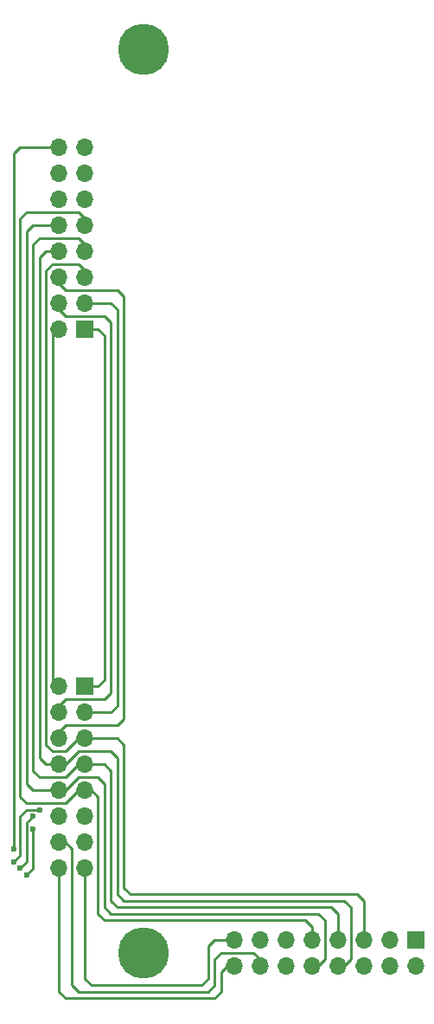
<source format=gbl>
G04 #@! TF.FileFunction,Copper,L2,Bot,Signal*
%FSLAX46Y46*%
G04 Gerber Fmt 4.6, Leading zero omitted, Abs format (unit mm)*
G04 Created by KiCad (PCBNEW 4.0.7) date 01/27/20 23:17:01*
%MOMM*%
%LPD*%
G01*
G04 APERTURE LIST*
%ADD10C,0.100000*%
%ADD11C,5.000000*%
%ADD12R,1.700000X1.700000*%
%ADD13O,1.700000X1.700000*%
%ADD14C,0.600000*%
%ADD15C,0.250000*%
G04 APERTURE END LIST*
D10*
D11*
X111760000Y-128905000D03*
X111760000Y-40640000D03*
D12*
X106045000Y-102870000D03*
D13*
X103505000Y-102870000D03*
X106045000Y-105410000D03*
X103505000Y-105410000D03*
X106045000Y-107950000D03*
X103505000Y-107950000D03*
X106045000Y-110490000D03*
X103505000Y-110490000D03*
X106045000Y-113030000D03*
X103505000Y-113030000D03*
X106045000Y-115570000D03*
X103505000Y-115570000D03*
X106045000Y-118110000D03*
X103505000Y-118110000D03*
X106045000Y-120650000D03*
X103505000Y-120650000D03*
D12*
X138430000Y-127635000D03*
D13*
X138430000Y-130175000D03*
X135890000Y-127635000D03*
X135890000Y-130175000D03*
X133350000Y-127635000D03*
X133350000Y-130175000D03*
X130810000Y-127635000D03*
X130810000Y-130175000D03*
X128270000Y-127635000D03*
X128270000Y-130175000D03*
X125730000Y-127635000D03*
X125730000Y-130175000D03*
X123190000Y-127635000D03*
X123190000Y-130175000D03*
X120650000Y-127635000D03*
X120650000Y-130175000D03*
D12*
X106045000Y-67945000D03*
D13*
X103505000Y-67945000D03*
X106045000Y-65405000D03*
X103505000Y-65405000D03*
X106045000Y-62865000D03*
X103505000Y-62865000D03*
X106045000Y-60325000D03*
X103505000Y-60325000D03*
X106045000Y-57785000D03*
X103505000Y-57785000D03*
X106045000Y-55245000D03*
X103505000Y-55245000D03*
X106045000Y-52705000D03*
X103505000Y-52705000D03*
X106045000Y-50165000D03*
X103505000Y-50165000D03*
D14*
X99695000Y-120650000D03*
X100965000Y-115570000D03*
X100330000Y-121285000D03*
X100965000Y-116840000D03*
X99060000Y-120015000D03*
X101600000Y-114935000D03*
X99060000Y-118745000D03*
D15*
X106045000Y-102870000D02*
X107315000Y-102870000D01*
X107315000Y-67945000D02*
X106045000Y-67945000D01*
X107950000Y-68580000D02*
X107315000Y-67945000D01*
X107950000Y-102235000D02*
X107950000Y-68580000D01*
X107315000Y-102870000D02*
X107950000Y-102235000D01*
X103505000Y-102870000D02*
X103320002Y-102870000D01*
X103320002Y-102870000D02*
X102870000Y-102419998D01*
X102870000Y-102419998D02*
X102870000Y-68580000D01*
X102870000Y-68580000D02*
X103505000Y-67945000D01*
X109220000Y-99695000D02*
X109220000Y-66040000D01*
X108585000Y-105410000D02*
X109220000Y-104775000D01*
X109220000Y-104775000D02*
X109220000Y-99695000D01*
X106045000Y-105410000D02*
X108585000Y-105410000D01*
X108585000Y-65405000D02*
X106045000Y-65405000D01*
X109220000Y-66040000D02*
X108585000Y-65405000D01*
X103505000Y-105410000D02*
X103505000Y-104775000D01*
X103505000Y-104775000D02*
X104140000Y-104140000D01*
X104140000Y-66675000D02*
X103505000Y-66040000D01*
X107950000Y-66675000D02*
X104140000Y-66675000D01*
X108585000Y-67310000D02*
X107950000Y-66675000D01*
X108585000Y-103505000D02*
X108585000Y-67310000D01*
X107950000Y-104140000D02*
X108585000Y-103505000D01*
X104140000Y-104140000D02*
X107950000Y-104140000D01*
X103505000Y-66040000D02*
X103505000Y-65405000D01*
X102235000Y-107315000D02*
X102235000Y-108585000D01*
X102235000Y-62230000D02*
X102235000Y-107315000D01*
X102870000Y-61595000D02*
X102235000Y-62230000D01*
X105410000Y-61595000D02*
X102870000Y-61595000D01*
X106045000Y-62230000D02*
X105410000Y-61595000D01*
X104140000Y-109220000D02*
X105410000Y-107950000D01*
X102870000Y-109220000D02*
X104140000Y-109220000D01*
X102235000Y-108585000D02*
X102870000Y-109220000D01*
X105410000Y-107950000D02*
X106045000Y-107950000D01*
X106045000Y-62865000D02*
X106045000Y-62230000D01*
X133350000Y-127635000D02*
X133350000Y-123825000D01*
X109220000Y-107950000D02*
X106045000Y-107950000D01*
X109855000Y-108585000D02*
X109220000Y-107950000D01*
X109855000Y-122555000D02*
X109855000Y-108585000D01*
X110490000Y-123190000D02*
X109855000Y-122555000D01*
X132715000Y-123190000D02*
X110490000Y-123190000D01*
X133350000Y-123825000D02*
X132715000Y-123190000D01*
X109855000Y-98425000D02*
X109855000Y-64770000D01*
X104140000Y-106680000D02*
X109220000Y-106680000D01*
X109220000Y-106680000D02*
X109855000Y-106045000D01*
X109855000Y-106045000D02*
X109855000Y-98425000D01*
X103505000Y-107315000D02*
X104140000Y-106680000D01*
X104140000Y-64135000D02*
X103505000Y-63500000D01*
X109220000Y-64135000D02*
X104140000Y-64135000D01*
X109855000Y-64770000D02*
X109220000Y-64135000D01*
X103505000Y-63500000D02*
X103505000Y-62865000D01*
X103505000Y-107950000D02*
X103505000Y-107315000D01*
X100965000Y-111125000D02*
X100965000Y-110490000D01*
X101600000Y-111760000D02*
X100965000Y-111125000D01*
X106045000Y-110490000D02*
X105410000Y-110490000D01*
X105410000Y-110490000D02*
X104140000Y-111760000D01*
X100965000Y-59690000D02*
X100965000Y-110490000D01*
X106045000Y-59690000D02*
X105410000Y-59055000D01*
X105410000Y-59055000D02*
X101600000Y-59055000D01*
X101600000Y-59055000D02*
X100965000Y-59690000D01*
X104140000Y-111760000D02*
X101600000Y-111760000D01*
X106045000Y-60325000D02*
X106045000Y-59690000D01*
X130810000Y-127635000D02*
X130810000Y-125095000D01*
X107950000Y-110490000D02*
X108585000Y-111125000D01*
X108585000Y-111125000D02*
X108585000Y-117475000D01*
X107950000Y-110490000D02*
X106045000Y-110490000D01*
X108585000Y-123825000D02*
X108585000Y-117475000D01*
X109220000Y-124460000D02*
X108585000Y-123825000D01*
X130175000Y-124460000D02*
X109220000Y-124460000D01*
X130810000Y-125095000D02*
X130175000Y-124460000D01*
X103505000Y-110490000D02*
X104140000Y-110490000D01*
X104140000Y-110490000D02*
X105410000Y-109220000D01*
X103505000Y-110490000D02*
X102235000Y-110490000D01*
X102235000Y-60325000D02*
X103505000Y-60325000D01*
X101600000Y-60960000D02*
X102235000Y-60325000D01*
X101600000Y-109855000D02*
X101600000Y-60960000D01*
X102235000Y-110490000D02*
X101600000Y-109855000D01*
X109220000Y-114300000D02*
X109220000Y-123190000D01*
X109220000Y-109855000D02*
X109220000Y-114300000D01*
X108585000Y-109220000D02*
X109220000Y-109855000D01*
X105410000Y-109220000D02*
X108585000Y-109220000D01*
X132080000Y-129540000D02*
X131445000Y-130175000D01*
X132080000Y-124460000D02*
X132080000Y-129540000D01*
X131445000Y-123825000D02*
X132080000Y-124460000D01*
X109855000Y-123825000D02*
X131445000Y-123825000D01*
X109220000Y-123190000D02*
X109855000Y-123825000D01*
X131445000Y-130175000D02*
X130810000Y-130175000D01*
X102870000Y-114300000D02*
X100330000Y-114300000D01*
X99695000Y-113665000D02*
X99695000Y-113030000D01*
X100330000Y-114300000D02*
X99695000Y-113665000D01*
X99695000Y-113030000D02*
X99695000Y-112395000D01*
X99695000Y-112395000D02*
X99695000Y-57150000D01*
X99695000Y-57150000D02*
X100330000Y-56515000D01*
X100330000Y-56515000D02*
X105410000Y-56515000D01*
X105410000Y-56515000D02*
X106045000Y-57150000D01*
X106045000Y-113030000D02*
X105410000Y-113030000D01*
X105410000Y-113030000D02*
X104140000Y-114300000D01*
X104140000Y-114300000D02*
X102870000Y-114300000D01*
X106045000Y-57150000D02*
X106045000Y-57785000D01*
X128270000Y-127635000D02*
X128270000Y-126365000D01*
X107315000Y-113665000D02*
X106680000Y-113030000D01*
X107315000Y-125095000D02*
X107315000Y-113665000D01*
X107950000Y-125730000D02*
X107315000Y-125095000D01*
X127635000Y-125730000D02*
X107950000Y-125730000D01*
X128270000Y-126365000D02*
X127635000Y-125730000D01*
X106680000Y-113030000D02*
X106045000Y-113030000D01*
X100330000Y-111760000D02*
X100330000Y-112395000D01*
X100965000Y-113030000D02*
X103505000Y-113030000D01*
X100330000Y-112395000D02*
X100965000Y-113030000D01*
X100330000Y-111760000D02*
X100330000Y-58420000D01*
X103505000Y-113030000D02*
X102870000Y-113030000D01*
X105410000Y-111760000D02*
X104140000Y-113030000D01*
X104140000Y-113030000D02*
X103505000Y-113030000D01*
X100965000Y-57785000D02*
X103505000Y-57785000D01*
X100330000Y-58420000D02*
X100965000Y-57785000D01*
X105410000Y-111760000D02*
X107315000Y-111760000D01*
X107315000Y-111760000D02*
X107950000Y-112395000D01*
X107950000Y-112395000D02*
X107950000Y-124460000D01*
X107950000Y-124460000D02*
X108585000Y-125095000D01*
X108585000Y-125095000D02*
X128905000Y-125095000D01*
X128905000Y-125095000D02*
X129540000Y-125730000D01*
X129540000Y-125730000D02*
X129540000Y-129540000D01*
X129540000Y-129540000D02*
X128905000Y-130175000D01*
X128905000Y-130175000D02*
X128270000Y-130175000D01*
X99695000Y-120650000D02*
X100330000Y-120015000D01*
X100330000Y-120015000D02*
X100330000Y-116205000D01*
X100330000Y-116205000D02*
X100965000Y-115570000D01*
X100965000Y-119380000D02*
X100965000Y-120650000D01*
X100965000Y-120650000D02*
X100330000Y-121285000D01*
X100965000Y-119380000D02*
X100965000Y-116840000D01*
X99060000Y-120015000D02*
X99695000Y-119380000D01*
X99695000Y-115570000D02*
X100330000Y-114935000D01*
X99695000Y-115570000D02*
X99695000Y-119380000D01*
X100330000Y-114935000D02*
X101600000Y-114935000D01*
X114935000Y-132715000D02*
X118110000Y-132715000D01*
X118745000Y-129540000D02*
X119380000Y-128905000D01*
X118745000Y-132080000D02*
X118745000Y-129540000D01*
X118110000Y-132715000D02*
X118745000Y-132080000D01*
X103505000Y-118110000D02*
X104140000Y-118110000D01*
X104140000Y-118110000D02*
X104775000Y-118745000D01*
X104775000Y-118745000D02*
X104775000Y-132080000D01*
X104775000Y-132080000D02*
X105410000Y-132715000D01*
X105410000Y-132715000D02*
X114935000Y-132715000D01*
X119380000Y-128905000D02*
X122555000Y-128905000D01*
X122555000Y-128905000D02*
X123190000Y-129540000D01*
X123190000Y-129540000D02*
X123190000Y-130175000D01*
X118745000Y-127635000D02*
X118110000Y-128270000D01*
X117475000Y-132080000D02*
X114300000Y-132080000D01*
X118110000Y-131445000D02*
X117475000Y-132080000D01*
X118110000Y-128270000D02*
X118110000Y-131445000D01*
X106045000Y-120650000D02*
X106045000Y-131445000D01*
X118745000Y-127635000D02*
X120650000Y-127635000D01*
X106680000Y-132080000D02*
X114300000Y-132080000D01*
X106045000Y-131445000D02*
X106680000Y-132080000D01*
X103505000Y-50165000D02*
X99695000Y-50165000D01*
X99060000Y-50800000D02*
X99060000Y-118745000D01*
X99695000Y-50165000D02*
X99060000Y-50800000D01*
X120650000Y-130175000D02*
X120015000Y-130175000D01*
X120015000Y-130175000D02*
X119380000Y-130810000D01*
X118745000Y-133350000D02*
X115570000Y-133350000D01*
X119380000Y-132715000D02*
X118745000Y-133350000D01*
X119380000Y-130810000D02*
X119380000Y-132715000D01*
X103505000Y-132715000D02*
X103505000Y-120650000D01*
X115570000Y-133350000D02*
X104140000Y-133350000D01*
X104140000Y-133350000D02*
X103505000Y-132715000D01*
M02*

</source>
